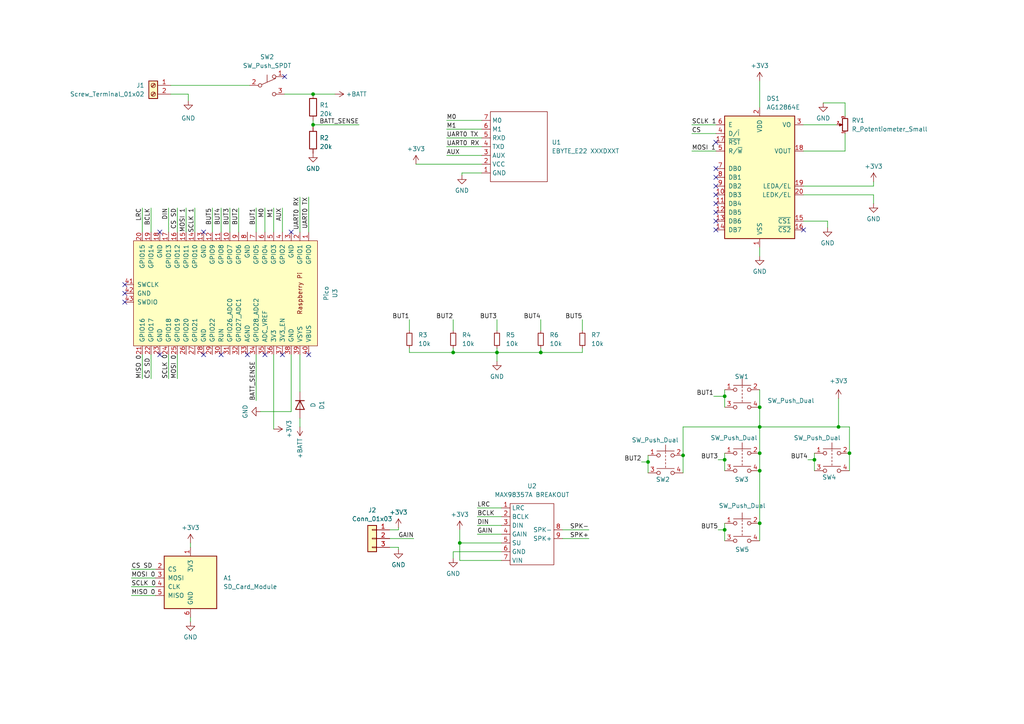
<source format=kicad_sch>
(kicad_sch (version 20230121) (generator eeschema)
  (paper "A4")
  (lib_symbols
    (symbol "Charleslabs_Parts:SD_Card_Module" (pin_names (offset 1.016))
      (property "Reference" "A" (at -7.62 10.16 0))
      (property "Value" "SD_Card_Module" (at 10.16 10.16 0))
      (symbol "SD_Card_Module_0_1"
        (rectangle (start -7.62 7.62) (end 7.62 -7.62) (stroke (width 0.254)) (fill (type background)))
      )
      (symbol "SD_Card_Module_1_1"
        (pin power_in line (at 0 10.16 270) (length 2.54) (name "3V3") (number "1"))
        (pin input line (at -10.16 3.81 0) (length 2.54) (name "CS") (number "2"))
        (pin input line (at -10.16 1.27 0) (length 2.54) (name "MOSI") (number "3"))
        (pin input line (at -10.16 -1.27 0) (length 2.54) (name "CLK") (number "4"))
        (pin output line (at -10.16 -3.81 0) (length 2.54) (name "MISO") (number "5"))
        (pin power_in line (at 0 -10.16 90) (length 2.54) (name "GND") (number "6"))
      )
    )
    (symbol "Connector:Screw_Terminal_01x02" (pin_names (offset 1.016) hide)
      (property "Reference" "J" (at 0 2.54 0))
      (property "Value" "Screw_Terminal_01x02" (at 0 -5.08 0))
      (symbol "Screw_Terminal_01x02_1_1"
        (rectangle (start -1.27 1.27) (end 1.27 -3.81) (stroke (width 0.254)) (fill (type background)))
        (circle (center 0 -2.54) (radius 0.635) (stroke (width 0.1524)))
        (polyline (pts (xy -0.5334 -2.2098) (xy 0.3302 -3.048)) (stroke (width 0.1524)))
        (polyline (pts (xy -0.5334 0.3302) (xy 0.3302 -0.508)) (stroke (width 0.1524)))
        (polyline (pts (xy -0.3556 -2.032) (xy 0.508 -2.8702)) (stroke (width 0.1524)))
        (polyline (pts (xy -0.3556 0.508) (xy 0.508 -0.3302)) (stroke (width 0.1524)))
        (circle (center 0 0) (radius 0.635) (stroke (width 0.1524)))
        (pin passive line (at -5.08 0 0) (length 3.81) (name "Pin_1") (number "1"))
        (pin passive line (at -5.08 -2.54 0) (length 3.81) (name "Pin_2") (number "2"))
      )
    )
    (symbol "Connector_Generic:Conn_01x03" (pin_names (offset 1.016) hide)
      (property "Reference" "J" (at 0 5.08 0))
      (property "Value" "Conn_01x03" (at 0 -5.08 0))
      (symbol "Conn_01x03_1_1"
        (rectangle (start -1.27 -2.413) (end 0 -2.667) (stroke (width 0.1524)))
        (rectangle (start -1.27 0.127) (end 0 -0.127) (stroke (width 0.1524)))
        (rectangle (start -1.27 2.667) (end 0 2.413) (stroke (width 0.1524)))
        (rectangle (start -1.27 3.81) (end 1.27 -3.81) (stroke (width 0.254)) (fill (type background)))
        (pin passive line (at -5.08 2.54 0) (length 3.81) (name "Pin_1") (number "1"))
        (pin passive line (at -5.08 0 0) (length 3.81) (name "Pin_2") (number "2"))
        (pin passive line (at -5.08 -2.54 0) (length 3.81) (name "Pin_3") (number "3"))
      )
    )
    (symbol "Device:D" (pin_numbers hide) (pin_names (offset 1.016) hide)
      (property "Reference" "D" (at 0 2.54 0))
      (property "Value" "D" (at 0 -2.54 0))
      (symbol "D_0_1"
        (polyline (pts (xy -1.27 1.27) (xy -1.27 -1.27)) (stroke (width 0.254)))
        (polyline (pts (xy 1.27 0) (xy -1.27 0)))
        (polyline (pts (xy 1.27 1.27) (xy 1.27 -1.27) (xy -1.27 0) (xy 1.27 1.27)) (stroke (width 0.254)))
      )
      (symbol "D_1_1"
        (pin passive line (at -3.81 0 0) (length 2.54) (name "K") (number "1"))
        (pin passive line (at 3.81 0 180) (length 2.54) (name "A") (number "2"))
      )
    )
    (symbol "Device:R" (pin_numbers hide) (pin_names (offset 0))
      (property "Reference" "R" (at 2.032 0 90))
      (property "Value" "R" (at 0 0 90))
      (symbol "R_0_1"
        (rectangle (start -1.016 -2.54) (end 1.016 2.54) (stroke (width 0.254)))
      )
      (symbol "R_1_1"
        (pin passive line (at 0 3.81 270) (length 1.27) (name "~") (number "1"))
        (pin passive line (at 0 -3.81 90) (length 1.27) (name "~") (number "2"))
      )
    )
    (symbol "Device:R_Potentiometer_Small" (pin_names (offset 1.016) hide)
      (property "Reference" "RV" (at -4.445 0 90))
      (property "Value" "R_Potentiometer_Small" (at -2.54 0 90))
      (symbol "R_Potentiometer_Small_0_1"
        (polyline (pts (xy 0.889 0) (xy 0.635 0) (xy 1.651 0.381) (xy 1.651 -0.381) (xy 0.635 0) (xy 0.889 0)) (fill (type outline)))
        (rectangle (start 0.762 1.8034) (end -0.762 -1.8034) (stroke (width 0.254)))
      )
      (symbol "R_Potentiometer_Small_1_1"
        (pin passive line (at 0 2.54 270) (length 0.635) (name "1") (number "1"))
        (pin passive line (at 2.54 0 180) (length 0.9906) (name "2") (number "2"))
        (pin passive line (at 0 -2.54 90) (length 0.635) (name "3") (number "3"))
      )
    )
    (symbol "Device:R_Small" (pin_numbers hide) (pin_names (offset 0.254) hide)
      (property "Reference" "R" (at 0.762 0.508 0))
      (property "Value" "R_Small" (at 0.762 -1.016 0))
      (symbol "R_Small_0_1"
        (rectangle (start -0.762 1.778) (end 0.762 -1.778) (stroke (width 0.2032)))
      )
      (symbol "R_Small_1_1"
        (pin passive line (at 0 2.54 270) (length 0.762) (name "~") (number "1"))
        (pin passive line (at 0 -2.54 90) (length 0.762) (name "~") (number "2"))
      )
    )
    (symbol "MCU_RaspberryPi_and_Boards:Pico" (pin_names (offset 1.016))
      (property "Reference" "U" (at -13.97 27.94 0))
      (property "Value" "Pico" (at 0 19.05 0))
      (symbol "Pico_0_0"
        (text "Raspberry Pi" (at 0 21.59 0) (effects (font (size 1.27 1.27))))
      )
      (symbol "Pico_0_1"
        (rectangle (start -15.24 26.67) (end 15.24 -26.67) (fill (type background)))
      )
      (symbol "Pico_1_1"
        (pin bidirectional line (at -17.78 24.13 0) (length 2.54) (name "GPIO0") (number "1"))
        (pin bidirectional line (at -17.78 1.27 0) (length 2.54) (name "GPIO7") (number "10"))
        (pin bidirectional line (at -17.78 -1.27 0) (length 2.54) (name "GPIO8") (number "11"))
        (pin bidirectional line (at -17.78 -3.81 0) (length 2.54) (name "GPIO9") (number "12"))
        (pin power_in line (at -17.78 -6.35 0) (length 2.54) (name "GND") (number "13"))
        (pin bidirectional line (at -17.78 -8.89 0) (length 2.54) (name "GPIO10") (number "14"))
        (pin bidirectional line (at -17.78 -11.43 0) (length 2.54) (name "GPIO11") (number "15"))
        (pin bidirectional line (at -17.78 -13.97 0) (length 2.54) (name "GPIO12") (number "16"))
        (pin bidirectional line (at -17.78 -16.51 0) (length 2.54) (name "GPIO13") (number "17"))
        (pin power_in line (at -17.78 -19.05 0) (length 2.54) (name "GND") (number "18"))
        (pin bidirectional line (at -17.78 -21.59 0) (length 2.54) (name "GPIO14") (number "19"))
        (pin bidirectional line (at -17.78 21.59 0) (length 2.54) (name "GPIO1") (number "2"))
        (pin bidirectional line (at -17.78 -24.13 0) (length 2.54) (name "GPIO15") (number "20"))
        (pin bidirectional line (at 17.78 -24.13 180) (length 2.54) (name "GPIO16") (number "21"))
        (pin bidirectional line (at 17.78 -21.59 180) (length 2.54) (name "GPIO17") (number "22"))
        (pin power_in line (at 17.78 -19.05 180) (length 2.54) (name "GND") (number "23"))
        (pin bidirectional line (at 17.78 -16.51 180) (length 2.54) (name "GPIO18") (number "24"))
        (pin bidirectional line (at 17.78 -13.97 180) (length 2.54) (name "GPIO19") (number "25"))
        (pin bidirectional line (at 17.78 -11.43 180) (length 2.54) (name "GPIO20") (number "26"))
        (pin bidirectional line (at 17.78 -8.89 180) (length 2.54) (name "GPIO21") (number "27"))
        (pin power_in line (at 17.78 -6.35 180) (length 2.54) (name "GND") (number "28"))
        (pin bidirectional line (at 17.78 -3.81 180) (length 2.54) (name "GPIO22") (number "29"))
        (pin power_in line (at -17.78 19.05 0) (length 2.54) (name "GND") (number "3"))
        (pin input line (at 17.78 -1.27 180) (length 2.54) (name "RUN") (number "30"))
        (pin bidirectional line (at 17.78 1.27 180) (length 2.54) (name "GPIO26_ADC0") (number "31"))
        (pin bidirectional line (at 17.78 3.81 180) (length 2.54) (name "GPIO27_ADC1") (number "32"))
        (pin power_in line (at 17.78 6.35 180) (length 2.54) (name "AGND") (number "33"))
        (pin bidirectional line (at 17.78 8.89 180) (length 2.54) (name "GPIO28_ADC2") (number "34"))
        (pin unspecified line (at 17.78 11.43 180) (length 2.54) (name "ADC_VREF") (number "35"))
        (pin unspecified line (at 17.78 13.97 180) (length 2.54) (name "3V3") (number "36"))
        (pin input line (at 17.78 16.51 180) (length 2.54) (name "3V3_EN") (number "37"))
        (pin bidirectional line (at 17.78 19.05 180) (length 2.54) (name "GND") (number "38"))
        (pin unspecified line (at 17.78 21.59 180) (length 2.54) (name "VSYS") (number "39"))
        (pin bidirectional line (at -17.78 16.51 0) (length 2.54) (name "GPIO2") (number "4"))
        (pin unspecified line (at 17.78 24.13 180) (length 2.54) (name "VBUS") (number "40"))
        (pin input line (at -2.54 -29.21 90) (length 2.54) (name "SWCLK") (number "41"))
        (pin power_in line (at 0 -29.21 90) (length 2.54) (name "GND") (number "42"))
        (pin bidirectional line (at 2.54 -29.21 90) (length 2.54) (name "SWDIO") (number "43"))
        (pin bidirectional line (at -17.78 13.97 0) (length 2.54) (name "GPIO3") (number "5"))
        (pin bidirectional line (at -17.78 11.43 0) (length 2.54) (name "GPIO4") (number "6"))
        (pin bidirectional line (at -17.78 8.89 0) (length 2.54) (name "GPIO5") (number "7"))
        (pin power_in line (at -17.78 6.35 0) (length 2.54) (name "GND") (number "8"))
        (pin bidirectional line (at -17.78 3.81 0) (length 2.54) (name "GPIO6") (number "9"))
      )
    )
    (symbol "New_Library:AG12864E" (pin_names (offset 1.016))
      (property "Reference" "DS" (at -8.382 19.05 0))
      (property "Value" "AG12864E" (at 5.588 19.05 0))
      (symbol "AG12864E_0_1"
        (rectangle (start -10.16 17.78) (end 10.16 -17.78) (stroke (width 0.254)) (fill (type background)))
      )
      (symbol "AG12864E_1_1"
        (pin power_in line (at 0 -20.32 90) (length 2.54) (name "VSS") (number "1"))
        (pin bidirectional line (at -12.7 -5.08 0) (length 2.54) (name "DB3") (number "10"))
        (pin bidirectional line (at -12.7 -7.62 0) (length 2.54) (name "DB4") (number "11"))
        (pin bidirectional line (at -12.7 -10.16 0) (length 2.54) (name "DB5") (number "12"))
        (pin bidirectional line (at -12.7 -12.7 0) (length 2.54) (name "DB6") (number "13"))
        (pin bidirectional line (at -12.7 -15.24 0) (length 2.54) (name "DB7") (number "14"))
        (pin input line (at 12.7 -12.7 180) (length 2.54) (name "~{CS1}") (number "15"))
        (pin input line (at 12.7 -15.24 180) (length 2.54) (name "~{CS2}") (number "16"))
        (pin input line (at -12.7 10.16 0) (length 2.54) (name "~{RST}") (number "17"))
        (pin passive line (at 12.7 7.62 180) (length 2.54) (name "VOUT") (number "18"))
        (pin passive line (at 12.7 -2.54 180) (length 2.54) (name "LEDA/EL") (number "19"))
        (pin power_in line (at 0 20.32 270) (length 2.54) (name "VDD") (number "2"))
        (pin passive line (at 12.7 -5.08 180) (length 2.54) (name "LEDK/EL") (number "20"))
        (pin passive line (at 12.7 15.24 180) (length 2.54) (name "VO") (number "3"))
        (pin input line (at -12.7 12.7 0) (length 2.54) (name "D/~{I}") (number "4"))
        (pin input line (at -12.7 7.62 0) (length 2.54) (name "R/~{W}") (number "5"))
        (pin input line (at -12.7 15.24 0) (length 2.54) (name "E") (number "6"))
        (pin bidirectional line (at -12.7 2.54 0) (length 2.54) (name "DB0") (number "7"))
        (pin bidirectional line (at -12.7 0 0) (length 2.54) (name "DB1") (number "8"))
        (pin bidirectional line (at -12.7 -2.54 0) (length 2.54) (name "DB2") (number "9"))
      )
    )
    (symbol "New_Library:EBYTE_E22 XXXDXXT"
      (property "Reference" "U" (at 0 0 0))
      (property "Value" "EBYTE_E22 XXXDXXT" (at 0 2.54 0))
      (symbol "EBYTE_E22 XXXDXXT_0_1"
        (rectangle (start -2.54 -1.27) (end 13.97 -21.59))
      )
      (symbol "EBYTE_E22 XXXDXXT_1_1"
        (pin power_in line (at -5.08 -19.05 0) (length 2.54) (name "GND") (number "1"))
        (pin power_in line (at -5.08 -16.51 0) (length 2.54) (name "VCC") (number "2"))
        (pin input line (at -5.08 -13.97 0) (length 2.54) (name "AUX") (number "3"))
        (pin output line (at -5.08 -11.43 0) (length 2.54) (name "TXD") (number "4"))
        (pin input line (at -5.08 -8.89 0) (length 2.54) (name "RXD") (number "5"))
        (pin input line (at -5.08 -6.35 0) (length 2.54) (name "M1") (number "6"))
        (pin input line (at -5.08 -3.81 0) (length 2.54) (name "M0") (number "7"))
      )
    )
    (symbol "New_Library:MAX98357A BREAKOUT"
      (property "Reference" "U" (at 0 0 0))
      (property "Value" "MAX98357A BREAKOUT" (at 0 2.54 0))
      (symbol "MAX98357A BREAKOUT_0_1"
        (rectangle (start -3.81 -2.54) (end 8.89 -20.32))
      )
      (symbol "MAX98357A BREAKOUT_1_1"
        (pin input line (at -6.35 -3.81 0) (length 2.54) (name "LRC") (number "1"))
        (pin input line (at -6.35 -6.35 0) (length 2.54) (name "BCLK") (number "2"))
        (pin input line (at -6.35 -8.89 0) (length 2.54) (name "DIN") (number "3"))
        (pin input line (at -6.35 -11.43 0) (length 2.54) (name "GAIN") (number "4"))
        (pin input line (at -6.35 -13.97 0) (length 2.54) (name "SU") (number "5"))
        (pin power_in line (at -6.35 -16.51 0) (length 2.54) (name "GND") (number "6"))
        (pin power_in line (at -6.35 -19.05 0) (length 2.54) (name "VIN") (number "7"))
        (pin output line (at 11.43 -10.16 180) (length 2.54) (name "SPK-") (number "8"))
        (pin output line (at 11.43 -12.7 180) (length 2.54) (name "SPK+") (number "9"))
      )
    )
    (symbol "Switch:SW_Push_Dual" (pin_names (offset 1.016) hide)
      (property "Reference" "SW" (at 1.27 2.54 0))
      (property "Value" "SW_Push_Dual" (at 0 -6.858 0))
      (symbol "SW_Push_Dual_0_1"
        (circle (center -2.032 -5.08) (radius 0.508))
        (circle (center -2.032 0) (radius 0.508))
        (polyline (pts (xy 0 -3.048) (xy 0 -3.556)))
        (polyline (pts (xy 0 -2.032) (xy 0 -2.54)))
        (polyline (pts (xy 0 -1.524) (xy 0 -1.016)))
        (polyline (pts (xy 0 -0.508) (xy 0 0)))
        (polyline (pts (xy 0 0.508) (xy 0 1.016)))
        (polyline (pts (xy 0 1.27) (xy 0 3.048)))
        (polyline (pts (xy 2.54 -3.81) (xy -2.54 -3.81)))
        (polyline (pts (xy 2.54 1.27) (xy -2.54 1.27)))
        (circle (center 2.032 -5.08) (radius 0.508))
        (circle (center 2.032 0) (radius 0.508))
        (pin passive line (at -5.08 0 0) (length 2.54) (name "1") (number "1"))
        (pin passive line (at 5.08 0 180) (length 2.54) (name "2") (number "2"))
        (pin passive line (at -5.08 -5.08 0) (length 2.54) (name "3") (number "3"))
        (pin passive line (at 5.08 -5.08 180) (length 2.54) (name "4") (number "4"))
      )
    )
    (symbol "Switch:SW_Push_SPDT" (pin_names (offset 0) hide)
      (property "Reference" "SW" (at 0 4.318 0))
      (property "Value" "SW_Push_SPDT" (at 0 -5.08 0))
      (symbol "SW_Push_SPDT_0_0"
        (circle (center -2.032 0) (radius 0.508))
        (polyline (pts (xy 0 1.016) (xy 0 3.048)))
        (circle (center 2.032 -2.54) (radius 0.508))
      )
      (symbol "SW_Push_SPDT_0_1"
        (polyline (pts (xy -1.524 0.254) (xy 2.54 2.032)))
        (circle (center 2.032 2.54) (radius 0.508))
      )
      (symbol "SW_Push_SPDT_1_1"
        (pin passive line (at 5.08 2.54 180) (length 2.54) (name "A") (number "1"))
        (pin passive line (at -5.08 0 0) (length 2.54) (name "B") (number "2"))
        (pin passive line (at 5.08 -2.54 180) (length 2.54) (name "C") (number "3"))
      )
    )
    (symbol "power:+3V3" (power) (pin_names (offset 0))
      (property "Value" "+3V3" (at 0 3.556 0))
      (symbol "+3V3_0_1"
        (polyline (pts (xy -0.762 1.27) (xy 0 2.54)))
        (polyline (pts (xy 0 0) (xy 0 2.54)))
        (polyline (pts (xy 0 2.54) (xy 0.762 1.27)))
      )
      (symbol "+3V3_1_1"
        (pin power_in line (at 0 0 90) (length 0) hide (name "+3V3") (number "1"))
      )
    )
    (symbol "power:+BATT" (power) (pin_names (offset 0))
      (property "Value" "+BATT" (at 0 3.556 0))
      (symbol "+BATT_0_1"
        (polyline (pts (xy -0.762 1.27) (xy 0 2.54)))
        (polyline (pts (xy 0 0) (xy 0 2.54)))
        (polyline (pts (xy 0 2.54) (xy 0.762 1.27)))
      )
      (symbol "+BATT_1_1"
        (pin power_in line (at 0 0 90) (length 0) hide (name "+BATT") (number "1"))
      )
    )
    (symbol "power:GND" (power) (pin_names (offset 0))
      (property "Value" "GND" (at 0 -3.81 0))
      (symbol "GND_0_1"
        (polyline (pts (xy 0 0) (xy 0 -1.27) (xy 1.27 -1.27) (xy 0 -2.54) (xy -1.27 -1.27) (xy 0 -1.27)))
      )
      (symbol "GND_1_1"
        (pin power_in line (at 0 0 270) (length 0) hide (name "GND") (number "1"))
      )
    )
  )
  (junction (at 220.345 118.11))
  (junction (at 210.185 114.935))
  (junction (at 220.345 136.525))
  (junction (at 90.805 36.195))
  (junction (at 220.345 123.825))
  (junction (at 131.445 102.235))
  (junction (at 133.35 157.48))
  (junction (at 156.845 102.235))
  (junction (at 236.22 133.35))
  (junction (at 210.185 133.35))
  (junction (at 210.185 153.67))
  (junction (at 198.12 132.08))
  (junction (at 220.345 151.765))
  (junction (at 246.38 131.445))
  (junction (at 90.805 27.305))
  (junction (at 187.96 133.985))
  (junction (at 220.345 131.445))
  (junction (at 144.145 102.235))
  (junction (at 243.205 123.825))
  (no_connect (at 84.455 67.31))
  (no_connect (at 207.645 64.135))
  (no_connect (at 207.645 66.675))
  (no_connect (at 36.195 87.63))
  (no_connect (at 89.535 102.87))
  (no_connect (at 207.645 53.975))
  (no_connect (at 46.355 67.31))
  (no_connect (at 76.835 102.87))
  (no_connect (at 36.195 85.09))
  (no_connect (at 207.645 59.055))
  (no_connect (at 207.645 48.895))
  (no_connect (at 81.915 102.87))
  (no_connect (at 233.045 66.675))
  (no_connect (at 71.755 102.87))
  (no_connect (at 64.135 102.87))
  (no_connect (at 59.055 67.31))
  (no_connect (at 46.355 102.87))
  (no_connect (at 36.195 82.55))
  (no_connect (at 82.55 22.225))
  (no_connect (at 207.645 41.275))
  (no_connect (at 207.645 56.515))
  (no_connect (at 207.645 61.595))
  (no_connect (at 59.055 102.87))
  (no_connect (at 207.645 51.435))
  (wire (pts (xy 198.12 132.08) (xy 198.12 123.825)))
  (wire (pts (xy 220.345 123.825) (xy 243.205 123.825)))
  (wire (pts (xy 187.96 133.985) (xy 187.96 137.16)))
  (wire (pts (xy 41.275 109.855) (xy 41.275 102.87)))
  (wire (pts (xy 76.835 60.325) (xy 76.835 67.31)))
  (wire (pts (xy 64.135 67.31) (xy 64.135 60.325)))
  (wire (pts (xy 156.845 102.235) (xy 168.91 102.235)))
  (wire (pts (xy 156.845 92.71) (xy 156.845 95.885)))
  (wire (pts (xy 208.28 153.67) (xy 210.185 153.67)))
  (wire (pts (xy 131.445 100.965) (xy 131.445 102.235)))
  (wire (pts (xy 84.455 119.38) (xy 75.565 119.38)))
  (wire (pts (xy 246.38 131.445) (xy 246.38 136.525)))
  (wire (pts (xy 48.895 67.31) (xy 48.895 60.325)))
  (wire (pts (xy 186.055 133.985) (xy 187.96 133.985)))
  (wire (pts (xy 144.145 100.965) (xy 144.145 102.235)))
  (wire (pts (xy 208.28 133.35) (xy 210.185 133.35)))
  (wire (pts (xy 234.315 133.35) (xy 236.22 133.35)))
  (wire (pts (xy 133.35 162.56) (xy 145.415 162.56)))
  (wire (pts (xy 138.43 154.94) (xy 145.415 154.94)))
  (wire (pts (xy 133.985 50.165) (xy 133.985 50.8)))
  (wire (pts (xy 210.185 151.765) (xy 210.185 153.67)))
  (wire (pts (xy 61.595 67.31) (xy 61.595 60.325)))
  (wire (pts (xy 86.995 113.665) (xy 86.995 102.87)))
  (wire (pts (xy 82.55 27.305) (xy 90.805 27.305)))
  (wire (pts (xy 144.145 102.235) (xy 156.845 102.235)))
  (wire (pts (xy 131.445 160.02) (xy 131.445 161.925)))
  (wire (pts (xy 133.35 157.48) (xy 145.415 157.48)))
  (wire (pts (xy 253.365 59.055) (xy 253.365 56.515)))
  (wire (pts (xy 53.975 67.31) (xy 53.975 60.325)))
  (wire (pts (xy 54.61 27.305) (xy 54.61 29.21)))
  (wire (pts (xy 156.845 100.965) (xy 156.845 102.235)))
  (wire (pts (xy 220.345 131.445) (xy 220.345 136.525)))
  (wire (pts (xy 253.365 52.705) (xy 253.365 53.975)))
  (wire (pts (xy 49.53 24.765) (xy 72.39 24.765)))
  (wire (pts (xy 118.745 92.71) (xy 118.745 95.885)))
  (wire (pts (xy 43.815 102.87) (xy 43.815 109.855)))
  (wire (pts (xy 86.995 57.15) (xy 86.995 67.31)))
  (wire (pts (xy 210.185 113.03) (xy 210.185 114.935)))
  (wire (pts (xy 45.085 167.64) (xy 38.1 167.64)))
  (wire (pts (xy 246.38 131.445) (xy 246.38 123.825)))
  (wire (pts (xy 200.66 43.815) (xy 207.645 43.815)))
  (wire (pts (xy 145.415 147.32) (xy 138.43 147.32)))
  (wire (pts (xy 51.435 67.31) (xy 51.435 60.325)))
  (wire (pts (xy 118.745 102.235) (xy 131.445 102.235)))
  (wire (pts (xy 163.195 156.21) (xy 170.815 156.21)))
  (wire (pts (xy 133.35 153.67) (xy 133.35 157.48)))
  (wire (pts (xy 240.03 66.04) (xy 240.03 64.135)))
  (wire (pts (xy 220.345 71.755) (xy 220.345 74.295)))
  (wire (pts (xy 113.03 153.67) (xy 115.57 153.67)))
  (wire (pts (xy 90.805 34.925) (xy 90.805 36.195)))
  (wire (pts (xy 129.54 40.005) (xy 139.7 40.005)))
  (wire (pts (xy 139.7 50.165) (xy 133.985 50.165)))
  (wire (pts (xy 69.215 67.31) (xy 69.215 60.325)))
  (wire (pts (xy 145.415 149.86) (xy 138.43 149.86)))
  (wire (pts (xy 86.995 121.285) (xy 86.995 123.825)))
  (wire (pts (xy 220.345 151.765) (xy 220.345 156.845)))
  (wire (pts (xy 145.415 160.02) (xy 131.445 160.02)))
  (wire (pts (xy 45.085 170.18) (xy 38.1 170.18)))
  (wire (pts (xy 38.1 172.72) (xy 45.085 172.72)))
  (wire (pts (xy 129.54 45.085) (xy 139.7 45.085)))
  (wire (pts (xy 243.205 115.57) (xy 243.205 123.825)))
  (wire (pts (xy 120.015 156.21) (xy 113.03 156.21)))
  (wire (pts (xy 144.145 92.71) (xy 144.145 95.885)))
  (wire (pts (xy 144.145 104.775) (xy 144.145 102.235)))
  (wire (pts (xy 207.01 114.935) (xy 210.185 114.935)))
  (wire (pts (xy 145.415 152.4) (xy 138.43 152.4)))
  (wire (pts (xy 233.045 56.515) (xy 253.365 56.515)))
  (wire (pts (xy 131.445 92.71) (xy 131.445 95.885)))
  (wire (pts (xy 245.11 33.655) (xy 245.11 29.845)))
  (wire (pts (xy 79.375 60.325) (xy 79.375 67.31)))
  (wire (pts (xy 220.345 113.03) (xy 220.345 118.11)))
  (wire (pts (xy 233.045 43.815) (xy 245.11 43.815)))
  (wire (pts (xy 233.045 64.135) (xy 240.03 64.135)))
  (wire (pts (xy 168.91 100.965) (xy 168.91 102.235)))
  (wire (pts (xy 246.38 123.825) (xy 243.205 123.825)))
  (wire (pts (xy 48.895 102.87) (xy 48.895 109.855)))
  (wire (pts (xy 43.815 67.31) (xy 43.815 60.325)))
  (wire (pts (xy 207.645 38.735) (xy 200.66 38.735)))
  (wire (pts (xy 220.345 136.525) (xy 220.345 151.765)))
  (wire (pts (xy 187.96 132.08) (xy 187.96 133.985)))
  (wire (pts (xy 210.185 133.35) (xy 210.185 136.525)))
  (wire (pts (xy 210.185 131.445) (xy 210.185 133.35)))
  (wire (pts (xy 51.435 102.87) (xy 51.435 109.855)))
  (wire (pts (xy 242.57 36.195) (xy 233.045 36.195)))
  (wire (pts (xy 45.085 165.1) (xy 38.1 165.1)))
  (wire (pts (xy 115.57 153.67) (xy 115.57 153.035)))
  (wire (pts (xy 81.915 60.325) (xy 81.915 67.31)))
  (wire (pts (xy 210.185 114.935) (xy 210.185 118.11)))
  (wire (pts (xy 131.445 102.235) (xy 144.145 102.235)))
  (wire (pts (xy 236.22 133.35) (xy 236.22 136.525)))
  (wire (pts (xy 245.11 29.845) (xy 238.76 29.845)))
  (wire (pts (xy 207.645 36.195) (xy 200.66 36.195)))
  (wire (pts (xy 66.675 67.31) (xy 66.675 60.325)))
  (wire (pts (xy 49.53 27.305) (xy 54.61 27.305)))
  (wire (pts (xy 90.805 36.195) (xy 90.805 36.83)))
  (wire (pts (xy 56.515 67.31) (xy 56.515 60.325)))
  (wire (pts (xy 198.12 132.08) (xy 198.12 137.16)))
  (wire (pts (xy 236.22 131.445) (xy 236.22 133.35)))
  (wire (pts (xy 233.045 53.975) (xy 253.365 53.975)))
  (wire (pts (xy 220.345 118.11) (xy 220.345 123.825)))
  (wire (pts (xy 74.295 102.87) (xy 74.295 116.205)))
  (wire (pts (xy 210.185 153.67) (xy 210.185 156.845)))
  (wire (pts (xy 133.35 157.48) (xy 133.35 162.56)))
  (wire (pts (xy 89.535 57.15) (xy 89.535 67.31)))
  (wire (pts (xy 168.91 92.71) (xy 168.91 95.885)))
  (wire (pts (xy 74.295 67.31) (xy 74.295 60.325)))
  (wire (pts (xy 220.345 23.495) (xy 220.345 31.115)))
  (wire (pts (xy 198.12 123.825) (xy 220.345 123.825)))
  (wire (pts (xy 84.455 102.87) (xy 84.455 119.38)))
  (wire (pts (xy 79.375 102.87) (xy 79.375 124.46)))
  (wire (pts (xy 118.745 100.965) (xy 118.745 102.235)))
  (wire (pts (xy 120.65 47.625) (xy 139.7 47.625)))
  (wire (pts (xy 113.03 158.75) (xy 115.57 158.75)))
  (wire (pts (xy 129.54 34.925) (xy 139.7 34.925)))
  (wire (pts (xy 129.54 42.545) (xy 139.7 42.545)))
  (wire (pts (xy 55.245 157.48) (xy 55.245 158.75)))
  (wire (pts (xy 129.54 37.465) (xy 139.7 37.465)))
  (wire (pts (xy 41.275 67.31) (xy 41.275 60.325)))
  (wire (pts (xy 220.345 123.825) (xy 220.345 131.445)))
  (wire (pts (xy 115.57 158.75) (xy 115.57 159.385)))
  (wire (pts (xy 90.805 27.305) (xy 97.155 27.305)))
  (wire (pts (xy 90.805 36.195) (xy 104.14 36.195)))
  (wire (pts (xy 55.245 179.07) (xy 55.245 180.34)))
  (wire (pts (xy 245.11 43.815) (xy 245.11 38.735)))
  (wire (pts (xy 163.195 153.67) (xy 170.815 153.67)))
  (image (at -144.78 87.63) (scale 2.16959))
  (label "MISO 0" (at 41.275 109.855 90))
  (label "AUX" (at 129.54 45.085 0))
  (label "LRC" (at 41.275 60.325 270))
  (label "BUT2" (at 69.215 60.325 270))
  (label "BUT3" (at 66.675 60.325 270))
  (label "MOSI 0" (at 38.1 167.64 0))
  (label "BCLK" (at 43.815 60.325 270))
  (label "MOSI 1" (at 200.66 43.815 0))
  (label "BATT_SENSE" (at 104.14 36.195 180))
  (label "MISO 0" (at 38.1 172.72 0))
  (label "UART0 RX" (at 86.995 57.15 270))
  (label "BUT2" (at 186.055 133.985 180))
  (label "LRC" (at 138.43 147.32 0))
  (label "BUT4" (at 64.135 60.325 270))
  (label "CS SD" (at 38.1 165.1 0))
  (label "GAIN" (at 120.015 156.21 180))
  (label "BUT1" (at 74.295 60.325 270))
  (label "BUT1" (at 207.01 114.935 180))
  (label "SCLK 1" (at 200.66 36.195 0))
  (label "AUX" (at 81.915 60.325 270))
  (label "BUT2" (at 131.445 92.71 180))
  (label "M0" (at 129.54 34.925 0))
  (label "BUT3" (at 144.145 92.71 180))
  (label "UART0 TX" (at 129.54 40.005 0))
  (label "M0" (at 76.835 60.325 270))
  (label "MOSI 0" (at 51.435 109.855 90))
  (label "CS SD" (at 51.435 60.325 270))
  (label "SCLK 0" (at 48.895 109.855 90))
  (label "CS SD" (at 43.815 109.855 90))
  (label "MOSI 1" (at 53.975 60.325 270))
  (label "DIN" (at 138.43 152.4 0))
  (label "BUT4" (at 156.845 92.71 180))
  (label "SPK-" (at 170.815 153.67 180))
  (label "BUT4" (at 234.315 133.35 180))
  (label "BCLK" (at 138.43 149.86 0))
  (label "BUT1" (at 118.745 92.71 180))
  (label "M1" (at 129.54 37.465 0))
  (label "BATT_SENSE" (at 74.295 116.205 90))
  (label "CS" (at 200.66 38.735 0))
  (label "BUT5" (at 208.28 153.67 180))
  (label "BUT3" (at 208.28 133.35 180))
  (label "M1" (at 79.375 60.325 270))
  (label "GAIN" (at 138.43 154.94 0))
  (label "SPK+" (at 170.815 156.21 180))
  (label "UART0 TX" (at 89.535 57.15 270))
  (label "BUT5" (at 61.595 60.325 270))
  (label "DIN" (at 48.895 60.325 270))
  (label "UART0 RX" (at 129.54 42.545 0))
  (label "BUT5" (at 168.91 92.71 180))
  (label "SCLK 1" (at 56.515 60.325 270))
  (label "SCLK 0" (at 38.1 170.18 0))
  (symbol (lib_id "Connector:Screw_Terminal_01x02") (at 44.45 24.765 0) (mirror y) (unit 1)
    (property "Reference" "J1" (at 41.91 24.765 0) (effects (justify left)))
    (property "Value" "Screw_Terminal_01x02" (at 41.91 27.305 0) (effects (justify left)))
  )
  (symbol (lib_id "Switch:SW_Push_Dual") (at 215.265 151.765 0) (unit 1)
    (property "Reference" "SW5" (at 215.265 159.385 0))
    (property "Value" "SW_Push_Dual" (at 215.265 146.685 0))
  )
  (symbol (lib_id "Switch:SW_Push_Dual") (at 241.3 131.445 0) (unit 1)
    (property "Reference" "SW4" (at 242.57 138.43 0) (effects (justify right)))
    (property "Value" "SW_Push_Dual" (at 243.84 127 0) (effects (justify right)))
  )
  (symbol (lib_id "power:+BATT") (at 86.995 123.825 0) (mirror x) (unit 1)
    (property "Reference" "#PWR09" (effects hide))
    (property "Value" "+BATT" (at 86.995 127 90) (effects (justify left)))
  )
  (symbol (lib_id "New_Library:EBYTE_E22 XXXDXXT") (at 144.78 31.115 0) (unit 1)
    (property "Reference" "U1" (at 160.02 41.275 0) (effects (justify left)))
    (property "Value" "EBYTE_E22 XXXDXXT" (at 160.02 43.815 0) (effects (justify left)))
  )
  (symbol (lib_id "power:GND") (at 75.565 119.38 270) (mirror x) (unit 1)
    (property "Reference" "#PWR01" (effects hide))
    (property "Value" "GND" (at 71.12 119.38 0))
  )
  (symbol (lib_id "Device:R_Potentiometer_Small") (at 245.11 36.195 180) (unit 1)
    (property "Reference" "RV1" (at 247.015 34.925 0) (effects (justify right)))
    (property "Value" "R_Potentiometer_Small" (at 247.015 37.465 0) (effects (justify right)))
  )
  (symbol (lib_id "Switch:SW_Push_Dual") (at 193.04 132.08 0) (unit 1)
    (property "Reference" "SW2" (at 194.31 139.065 0) (effects (justify right)))
    (property "Value" "SW_Push_Dual" (at 196.85 127.635 0) (effects (justify right)))
  )
  (symbol (lib_id "New_Library:AG12864E") (at 220.345 51.435 0) (unit 1)
    (property "Reference" "DS1" (at 222.3009 28.575 0) (effects (justify left)))
    (property "Value" "AG12864E" (at 222.3009 31.115 0) (effects (justify left)))
    (property "Footprint" "Display:AG12864E" (effects hide))
    (property "Datasheet" "https://www.digchip.com/datasheets/parts/datasheet/1121/AG-12864E-pdf.php" (effects hide))
  )
  (symbol (lib_id "power:+3V3") (at 79.375 124.46 270) (mirror x) (unit 1)
    (property "Reference" "#PWR03" (effects hide))
    (property "Value" "+3V3" (at 83.82 124.46 0))
  )
  (symbol (lib_id "power:GND") (at 54.61 29.21 0) (mirror y) (unit 1)
    (property "Reference" "#PWR06" (effects hide))
    (property "Value" "GND" (at 54.61 34.29 0))
  )
  (symbol (lib_id "Device:R_Small") (at 156.845 98.425 0) (unit 1)
    (property "Reference" "R6" (at 159.385 97.155 0) (effects (justify left)))
    (property "Value" "10k" (at 159.385 99.695 0) (effects (justify left)))
  )
  (symbol (lib_id "Device:D") (at 86.995 117.475 270) (unit 1)
    (property "Reference" "D1" (at 93.345 117.475 0))
    (property "Value" "D" (at 90.805 117.475 0))
    (property "Sim.Device" "D" (effects hide))
    (property "Sim.Pins" "1=K 2=A" (effects hide))
  )
  (symbol (lib_id "Device:R_Small") (at 131.445 98.425 0) (unit 1)
    (property "Reference" "R4" (at 133.985 97.155 0) (effects (justify left)))
    (property "Value" "10k" (at 133.985 99.695 0) (effects (justify left)))
  )
  (symbol (lib_id "Switch:SW_Push_Dual") (at 215.265 131.445 0) (unit 1)
    (property "Reference" "SW3" (at 217.17 139.065 0) (effects (justify right)))
    (property "Value" "SW_Push_Dual" (at 219.71 127 0) (effects (justify right)))
  )
  (symbol (lib_id "power:GND") (at 253.365 59.055 0) (mirror y) (unit 1)
    (property "Reference" "#PWR018" (effects hide))
    (property "Value" "GND" (at 253.365 63.5 0))
  )
  (symbol (lib_id "Switch:SW_Push_SPDT") (at 77.47 24.765 0) (unit 1)
    (property "Reference" "SW2" (at 77.47 16.51 0))
    (property "Value" "SW_Push_SPDT" (at 77.47 19.05 0))
  )
  (symbol (lib_id "MCU_RaspberryPi_and_Boards:Pico") (at 65.405 85.09 270) (unit 1)
    (property "Reference" "U3" (at 97.155 85.09 0))
    (property "Value" "Pico" (at 94.615 85.09 0))
    (property "Footprint" "RPi_Pico:RPi_Pico_SMD_TH" (effects hide))
  )
  (symbol (lib_id "power:GND") (at 238.76 29.845 0) (mirror y) (unit 1)
    (property "Reference" "#PWR019" (effects hide))
    (property "Value" "GND" (at 238.76 34.29 0))
  )
  (symbol (lib_id "power:+3V3") (at 243.205 115.57 0) (unit 1)
    (property "Reference" "#PWR014" (effects hide))
    (property "Value" "+3V3" (at 243.205 110.49 0))
  )
  (symbol (lib_id "power:GND") (at 115.57 159.385 0) (mirror y) (unit 1)
    (property "Reference" "#PWR021" (effects hide))
    (property "Value" "GND" (at 115.57 163.83 0))
  )
  (symbol (lib_id "power:+3V3") (at 253.365 52.705 0) (mirror y) (unit 1)
    (property "Reference" "#PWR017" (effects hide))
    (property "Value" "+3V3" (at 253.365 48.26 0))
  )
  (symbol (lib_id "Device:R") (at 90.805 40.64 0) (unit 1)
    (property "Reference" "R2" (at 92.71 40.005 0) (effects (justify left)))
    (property "Value" "20k" (at 92.71 42.545 0) (effects (justify left)))
  )
  (symbol (lib_id "Device:R_Small") (at 118.745 98.425 0) (unit 1)
    (property "Reference" "R3" (at 121.285 97.155 0) (effects (justify left)))
    (property "Value" "10k" (at 121.285 99.695 0) (effects (justify left)))
  )
  (symbol (lib_id "power:GND") (at 90.805 44.45 0) (mirror y) (unit 1)
    (property "Reference" "#PWR02" (effects hide))
    (property "Value" "GND" (at 90.805 48.895 0))
  )
  (symbol (lib_id "Device:R_Small") (at 168.91 98.425 0) (unit 1)
    (property "Reference" "R7" (at 171.45 97.155 0) (effects (justify left)))
    (property "Value" "10k" (at 171.45 99.695 0) (effects (justify left)))
  )
  (symbol (lib_id "power:GND") (at 240.03 66.04 0) (mirror y) (unit 1)
    (property "Reference" "#PWR022" (effects hide))
    (property "Value" "GND" (at 240.03 70.485 0))
  )
  (symbol (lib_id "Device:R") (at 90.805 31.115 0) (unit 1)
    (property "Reference" "R1" (at 92.71 30.48 0) (effects (justify left)))
    (property "Value" "20k" (at 92.71 33.02 0) (effects (justify left)))
  )
  (symbol (lib_id "power:+3V3") (at 115.57 153.035 0) (mirror y) (unit 1)
    (property "Reference" "#PWR020" (effects hide))
    (property "Value" "+3V3" (at 115.57 148.59 0))
  )
  (symbol (lib_id "power:+3V3") (at 55.245 157.48 0) (mirror y) (unit 1)
    (property "Reference" "#PWR011" (effects hide))
    (property "Value" "+3V3" (at 55.245 153.035 0))
  )
  (symbol (lib_id "power:GND") (at 144.145 104.775 0) (mirror y) (unit 1)
    (property "Reference" "#PWR015" (effects hide))
    (property "Value" "GND" (at 144.145 109.22 0))
  )
  (symbol (lib_id "Switch:SW_Push_Dual") (at 215.265 113.03 0) (unit 1)
    (property "Reference" "SW1" (at 217.17 109.22 0) (effects (justify right)))
    (property "Value" "SW_Push_Dual" (at 236.22 116.205 0) (effects (justify right)))
  )
  (symbol (lib_id "power:GND") (at 131.445 161.925 0) (mirror y) (unit 1)
    (property "Reference" "#PWR012" (effects hide))
    (property "Value" "GND" (at 131.445 166.37 0))
  )
  (symbol (lib_id "power:+BATT") (at 97.155 27.305 270) (mirror x) (unit 1)
    (property "Reference" "#PWR04" (effects hide))
    (property "Value" "+BATT" (at 100.33 27.305 90) (effects (justify left)))
  )
  (symbol (lib_id "Connector_Generic:Conn_01x03") (at 107.95 156.21 0) (mirror y) (unit 1)
    (property "Reference" "J2" (at 107.95 147.955 0))
    (property "Value" "Conn_01x03" (at 107.95 150.495 0))
  )
  (symbol (lib_id "power:+3V3") (at 120.65 47.625 0) (mirror y) (unit 1)
    (property "Reference" "#PWR08" (effects hide))
    (property "Value" "+3V3" (at 120.65 43.18 0))
  )
  (symbol (lib_id "Charleslabs_Parts:SD_Card_Module") (at 55.245 168.91 0) (unit 1)
    (property "Reference" "A1" (at 64.77 167.64 0) (effects (justify left)))
    (property "Value" "SD_Card_Module" (at 64.77 170.18 0) (effects (justify left)))
    (property "Footprint" "Charleslabs_Parts:SD_Card_Module" (effects hide))
  )
  (symbol (lib_id "power:+3V3") (at 133.35 153.67 0) (mirror y) (unit 1)
    (property "Reference" "#PWR013" (effects hide))
    (property "Value" "+3V3" (at 133.35 149.225 0))
  )
  (symbol (lib_id "power:GND") (at 133.985 50.8 0) (unit 1)
    (property "Reference" "#PWR05" (effects hide))
    (property "Value" "GND" (at 133.985 55.245 0))
  )
  (symbol (lib_id "New_Library:MAX98357A BREAKOUT") (at 151.765 143.51 0) (unit 1)
    (property "Reference" "U2" (at 154.305 140.97 0))
    (property "Value" "MAX98357A BREAKOUT" (at 154.305 143.51 0))
  )
  (symbol (lib_id "Device:R_Small") (at 144.145 98.425 0) (unit 1)
    (property "Reference" "R5" (at 146.685 97.155 0) (effects (justify left)))
    (property "Value" "10k" (at 146.685 99.695 0) (effects (justify left)))
  )
  (symbol (lib_id "power:GND") (at 55.245 180.34 0) (unit 1)
    (property "Reference" "#PWR010" (effects hide))
    (property "Value" "GND" (at 55.245 184.785 0))
  )
  (symbol (lib_id "power:+3V3") (at 220.345 23.495 0) (mirror y) (unit 1)
    (property "Reference" "#PWR016" (effects hide))
    (property "Value" "+3V3" (at 220.345 19.05 0))
  )
  (symbol (lib_id "power:GND") (at 220.345 74.295 0) (mirror y) (unit 1)
    (property "Reference" "#PWR07" (effects hide))
    (property "Value" "GND" (at 220.345 78.74 0))
  )
)
</source>
